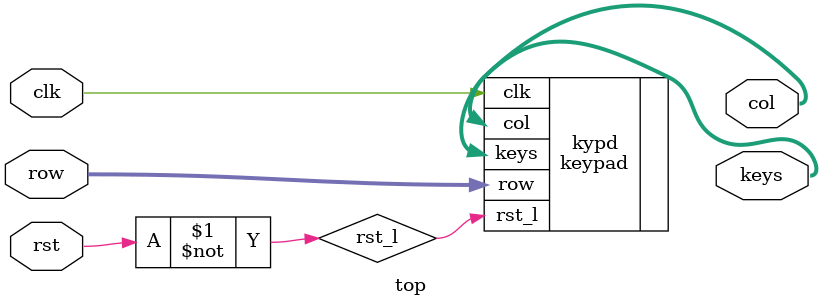
<source format=v>
`timescale 1ns/1ps

module top
(
	input clk,
	input rst,
	input [3:0] row,
	output [3:0] col,
	output [15:0] keys
);
	wire rst_l;
	assign  rst_l = ~rst;

	keypad #(.N(300_000)) kypd
	 (
		 .clk(clk),
		 .rst_l(rst_l),
		 .row(row),
		 .col(col),
		 .keys(keys)
	 );


	 endmodule



</source>
